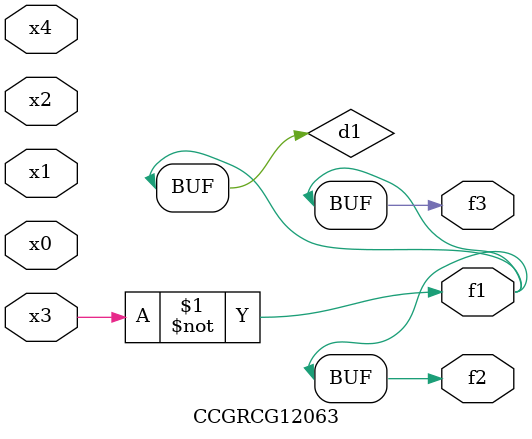
<source format=v>
module CCGRCG12063(
	input x0, x1, x2, x3, x4,
	output f1, f2, f3
);

	wire d1, d2;

	xnor (d1, x3);
	not (d2, x1);
	assign f1 = d1;
	assign f2 = d1;
	assign f3 = d1;
endmodule

</source>
